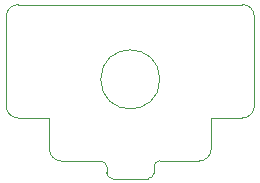
<source format=gbr>
%TF.GenerationSoftware,KiCad,Pcbnew,8.0.2*%
%TF.CreationDate,2024-08-31T11:26:51-07:00*%
%TF.ProjectId,UGC_MechTrigger_R4K,5547435f-4d65-4636-9854-726967676572,rev?*%
%TF.SameCoordinates,Original*%
%TF.FileFunction,Profile,NP*%
%FSLAX46Y46*%
G04 Gerber Fmt 4.6, Leading zero omitted, Abs format (unit mm)*
G04 Created by KiCad (PCBNEW 8.0.2) date 2024-08-31 11:26:51*
%MOMM*%
%LPD*%
G01*
G04 APERTURE LIST*
%TA.AperFunction,Profile*%
%ADD10C,0.010000*%
%TD*%
%TA.AperFunction,Profile*%
%ADD11C,0.001000*%
%TD*%
G04 APERTURE END LIST*
D10*
X217618198Y-158864200D02*
X217618201Y-158864200D01*
X217618198Y-159364200D02*
X217618201Y-159364200D01*
X212768200Y-154726203D02*
X212768200Y-157364200D01*
X213768198Y-158364200D02*
G75*
G02*
X212768200Y-157364200I2J1000000D01*
G01*
X212768198Y-157364200D02*
X212768200Y-157364200D01*
X230118201Y-153726200D02*
G75*
G02*
X229118198Y-154726201I-1000001J0D01*
G01*
X229118198Y-145126203D02*
X210118198Y-145126203D01*
X210118198Y-154726203D02*
G75*
G02*
X209118197Y-153726200I2J1000003D01*
G01*
X213768198Y-158364200D02*
X217118198Y-158364200D01*
X209118200Y-146126200D02*
X209118200Y-153726200D01*
X222118198Y-158364200D02*
X225468198Y-158364200D01*
X217118198Y-158364200D02*
G75*
G02*
X217618200Y-158864200I2J-500000D01*
G01*
X229118198Y-145126203D02*
G75*
G02*
X230118197Y-146126203I2J-999997D01*
G01*
X209118200Y-146126200D02*
G75*
G02*
X210118198Y-145126200I1000000J0D01*
G01*
X217618201Y-158864200D02*
X217618201Y-159364200D01*
X226468201Y-154726203D02*
X229118198Y-154726203D01*
X218118198Y-159864200D02*
X221118198Y-159864200D01*
X210118198Y-154726203D02*
X212768200Y-154726203D01*
X221618201Y-159364200D02*
X221618201Y-158864200D01*
X218118198Y-159864200D02*
G75*
G02*
X217618200Y-159364200I2J500000D01*
G01*
X221618201Y-159364200D02*
G75*
G02*
X221118198Y-159864201I-500001J0D01*
G01*
X221618201Y-158864200D02*
G75*
G02*
X222118198Y-158364201I499999J0D01*
G01*
X226468201Y-157364200D02*
X226468201Y-154726203D01*
X230118201Y-153726200D02*
X230118201Y-146126203D01*
X226468201Y-157364200D02*
G75*
G02*
X225468198Y-158364201I-1000001J0D01*
G01*
D11*
%TO.C,SW1*%
X222118198Y-151464200D02*
G75*
G02*
X217118198Y-151464200I-2500000J0D01*
G01*
X217118198Y-151464200D02*
G75*
G02*
X222118198Y-151464200I2500000J0D01*
G01*
%TD*%
M02*

</source>
